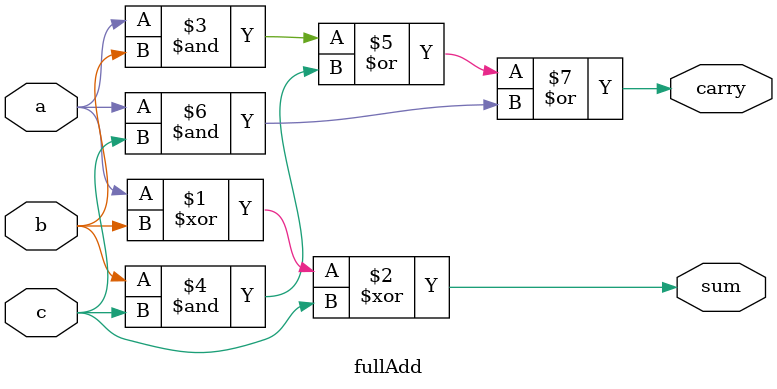
<source format=v>
`timescale 1ns / 1ps
module fullAdd(
    input a,b,c,
    output sum,carry
    );
	 
	 assign sum = a ^ b ^ c;
	 assign carry = a & b | b & c | a & c;


endmodule

</source>
